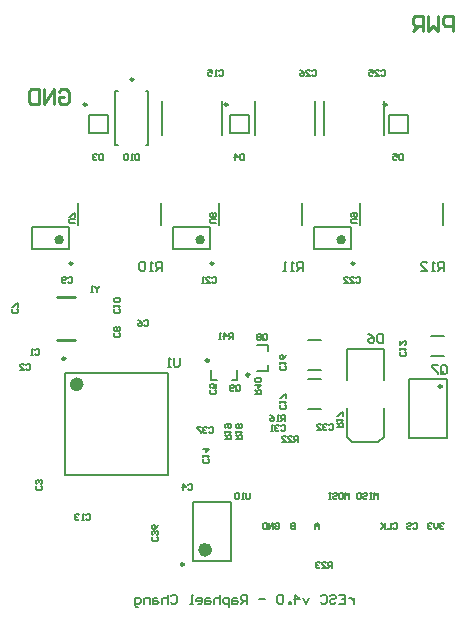
<source format=gbo>
G04 Layer_Color=32896*
%FSAX24Y24*%
%MOIN*%
G70*
G01*
G75*
%ADD40C,0.0100*%
%ADD73C,0.0098*%
%ADD74C,0.0079*%
%ADD75C,0.0080*%
%ADD77C,0.0050*%
%ADD134C,0.0157*%
%ADD135C,0.0236*%
D40*
X053716Y030846D02*
X054326D01*
X053716Y029396D02*
X054326D01*
X053787Y037667D02*
X053870Y037750D01*
X054037D01*
X054120Y037667D01*
Y037333D01*
X054037Y037250D01*
X053870D01*
X053787Y037333D01*
Y037500D01*
X053953D01*
X053620Y037250D02*
Y037750D01*
X053287Y037250D01*
Y037750D01*
X053120D02*
Y037250D01*
X052870D01*
X052787Y037333D01*
Y037667D01*
X052870Y037750D01*
X053120D01*
X066920Y039700D02*
Y040200D01*
X066670D01*
X066587Y040117D01*
Y039950D01*
X066670Y039867D01*
X066920D01*
X066420Y040200D02*
Y039700D01*
X066253Y039867D01*
X066087Y039700D01*
Y040200D01*
X065920Y039700D02*
Y040200D01*
X065670D01*
X065587Y040117D01*
Y039950D01*
X065670Y039867D01*
X065920D01*
X065754D02*
X065587Y039700D01*
D73*
X058788Y028715D02*
G03*
X058788Y028715I-000049J000000D01*
G01*
X060134Y028239D02*
G03*
X060134Y028239I-000049J000000D01*
G01*
X066549Y027850D02*
G03*
X066549Y027850I-000049J000000D01*
G01*
X056269Y038089D02*
G03*
X056269Y038089I-000049J000000D01*
G01*
X064712Y037244D02*
G03*
X064712Y037244I-000049J000000D01*
G01*
X059412D02*
G03*
X059412Y037244I-000049J000000D01*
G01*
X054712D02*
G03*
X054712Y037244I-000049J000000D01*
G01*
X058938Y031954D02*
G03*
X058938Y031954I-000049J000000D01*
G01*
X054238D02*
G03*
X054238Y031954I-000049J000000D01*
G01*
X063638D02*
G03*
X063638Y031954I-000049J000000D01*
G01*
X057954Y021923D02*
G03*
X057954Y021923I-000049J000000D01*
G01*
X054007Y028775D02*
G03*
X054007Y028775I-000049J000000D01*
G01*
D74*
X057216Y036229D02*
Y037371D01*
X059224Y036229D02*
Y037371D01*
X058867Y028052D02*
Y028406D01*
Y028052D02*
X059054D01*
X059733D02*
Y028406D01*
X059546Y028052D02*
X059733D01*
X060394Y028367D02*
X060748D01*
Y028554D01*
X060394Y029233D02*
X060748D01*
Y029046D02*
Y029233D01*
X066730Y026116D02*
Y028084D01*
X065470Y026116D02*
Y028084D01*
X066730D01*
X065470Y026116D02*
X066730D01*
X063390Y029096D02*
X064610D01*
X064433Y025986D02*
X064610Y026163D01*
X063390D02*
X063567Y025986D01*
X064433D01*
X064610Y028072D02*
Y029096D01*
X063390Y028072D02*
Y029096D01*
Y026163D02*
Y027128D01*
X064610Y026163D02*
Y027128D01*
X062083Y028092D02*
X062517D01*
X062083Y027108D02*
X062517D01*
X062083Y029392D02*
X062517D01*
X062083Y028408D02*
X062517D01*
X066183Y029535D02*
X066617D01*
X066183Y028865D02*
X066617D01*
X056683Y035914D02*
X056771D01*
X056683Y037686D02*
X056771D01*
X055669Y035914D02*
X055757D01*
X055669Y037686D02*
X055757D01*
X056771Y035914D02*
Y037686D01*
X055669Y035914D02*
Y037686D01*
X064805Y036907D02*
X065435D01*
X064805Y036293D02*
Y036907D01*
X065435Y036293D02*
Y036907D01*
X064805Y036293D02*
X065435D01*
X059505Y036907D02*
X060135D01*
X059505Y036293D02*
Y036907D01*
X060135Y036293D02*
Y036907D01*
X059505Y036293D02*
X060135D01*
X054805Y036907D02*
X055435D01*
X054805Y036293D02*
Y036907D01*
X055435Y036293D02*
Y036907D01*
X054805Y036293D02*
X055435D01*
X057590Y032426D02*
X058810D01*
X057590Y033174D02*
X058810D01*
Y032426D02*
Y033174D01*
X057590Y032426D02*
Y033174D01*
X052890Y032426D02*
X054110D01*
X052890Y033174D02*
X054110D01*
Y032426D02*
Y033174D01*
X052890Y032426D02*
Y033174D01*
X054422Y033246D02*
Y033954D01*
X057178Y033246D02*
Y033954D01*
X060316Y036229D02*
Y037371D01*
X062324Y036229D02*
Y037371D01*
X062616Y036229D02*
Y037371D01*
X064624Y036229D02*
Y037371D01*
X059122Y033246D02*
Y033954D01*
X061878Y033246D02*
Y033954D01*
X063822Y033246D02*
Y033954D01*
X066578Y033246D02*
Y033954D01*
X062290Y032426D02*
X063510D01*
X062290Y033174D02*
X063510D01*
Y032426D02*
Y033174D01*
X062290Y032426D02*
Y033174D01*
X058270Y023984D02*
X059530D01*
X058270Y022016D02*
X059530D01*
Y023984D01*
X058270Y022016D02*
Y023984D01*
X057413Y024887D02*
Y028313D01*
X053987Y024887D02*
Y028313D01*
Y024887D02*
X057413D01*
X053987Y028313D02*
X057413D01*
D75*
X063620Y020800D02*
Y020600D01*
Y020700D01*
X063570Y020750D01*
X063520Y020800D01*
X063470D01*
X063120Y020900D02*
X063320D01*
Y020600D01*
X063120D01*
X063320Y020750D02*
X063220D01*
X062820Y020850D02*
X062870Y020900D01*
X062970D01*
X063020Y020850D01*
Y020800D01*
X062970Y020750D01*
X062870D01*
X062820Y020700D01*
Y020650D01*
X062870Y020600D01*
X062970D01*
X063020Y020650D01*
X062520Y020850D02*
X062570Y020900D01*
X062670D01*
X062720Y020850D01*
Y020650D01*
X062670Y020600D01*
X062570D01*
X062520Y020650D01*
X062120Y020800D02*
X062020Y020600D01*
X061920Y020800D01*
X061671Y020600D02*
Y020900D01*
X061820Y020750D01*
X061621D01*
X061521Y020600D02*
Y020650D01*
X061471D01*
Y020600D01*
X061521D01*
X061271Y020850D02*
X061221Y020900D01*
X061121D01*
X061071Y020850D01*
Y020650D01*
X061121Y020600D01*
X061221D01*
X061271Y020650D01*
Y020850D01*
X060671Y020750D02*
X060471D01*
X060071Y020600D02*
Y020900D01*
X059921D01*
X059871Y020850D01*
Y020750D01*
X059921Y020700D01*
X060071D01*
X059971D02*
X059871Y020600D01*
X059721Y020800D02*
X059621D01*
X059571Y020750D01*
Y020600D01*
X059721D01*
X059771Y020650D01*
X059721Y020700D01*
X059571D01*
X059471Y020500D02*
Y020800D01*
X059321D01*
X059271Y020750D01*
Y020650D01*
X059321Y020600D01*
X059471D01*
X059171Y020900D02*
Y020600D01*
Y020750D01*
X059121Y020800D01*
X059021D01*
X058971Y020750D01*
Y020600D01*
X058821Y020800D02*
X058721D01*
X058672Y020750D01*
Y020600D01*
X058821D01*
X058871Y020650D01*
X058821Y020700D01*
X058672D01*
X058422Y020600D02*
X058522D01*
X058572Y020650D01*
Y020750D01*
X058522Y020800D01*
X058422D01*
X058372Y020750D01*
Y020700D01*
X058572D01*
X058272Y020600D02*
X058172D01*
X058222D01*
Y020900D01*
X058272D01*
X057522Y020850D02*
X057572Y020900D01*
X057672D01*
X057722Y020850D01*
Y020650D01*
X057672Y020600D01*
X057572D01*
X057522Y020650D01*
X057422Y020900D02*
Y020600D01*
Y020750D01*
X057372Y020800D01*
X057272D01*
X057222Y020750D01*
Y020600D01*
X057072Y020800D02*
X056972D01*
X056922Y020750D01*
Y020600D01*
X057072D01*
X057122Y020650D01*
X057072Y020700D01*
X056922D01*
X056822Y020600D02*
Y020800D01*
X056672D01*
X056622Y020750D01*
Y020600D01*
X056422Y020500D02*
X056372D01*
X056322Y020550D01*
Y020800D01*
X056472D01*
X056522Y020750D01*
Y020650D01*
X056472Y020600D01*
X056322D01*
D77*
X057820Y028800D02*
Y028550D01*
X057770Y028500D01*
X057670D01*
X057620Y028550D01*
Y028800D01*
X057520Y028500D02*
X057420D01*
X057470D01*
Y028800D01*
X057520Y028750D01*
X062900Y021800D02*
Y022000D01*
X062800D01*
X062767Y021967D01*
Y021900D01*
X062800Y021867D01*
X062900D01*
X062833D02*
X062767Y021800D01*
X062567D02*
X062700D01*
X062567Y021933D01*
Y021967D01*
X062600Y022000D01*
X062667D01*
X062700Y021967D01*
X062500D02*
X062467Y022000D01*
X062400D01*
X062367Y021967D01*
Y021933D01*
X062400Y021900D01*
X062433D01*
X062400D01*
X062367Y021867D01*
Y021833D01*
X062400Y021800D01*
X062467D01*
X062500Y021833D01*
X055120Y031200D02*
Y031167D01*
X055053Y031100D01*
X054987Y031167D01*
Y031200D01*
X055053Y031100D02*
Y031000D01*
X054920D02*
X054853D01*
X054887D01*
Y031200D01*
X054920Y031167D01*
X060170Y024300D02*
Y024133D01*
X060137Y024100D01*
X060070D01*
X060037Y024133D01*
Y024300D01*
X059970Y024100D02*
X059903D01*
X059937D01*
Y024300D01*
X059970Y024267D01*
X059803D02*
X059770Y024300D01*
X059703D01*
X059670Y024267D01*
Y024133D01*
X059703Y024100D01*
X059770D01*
X059803Y024133D01*
Y024267D01*
X063720Y033300D02*
X063553D01*
X063520Y033333D01*
Y033400D01*
X063553Y033433D01*
X063720D01*
X063553Y033500D02*
X063520Y033533D01*
Y033600D01*
X063553Y033633D01*
X063687D01*
X063720Y033600D01*
Y033533D01*
X063687Y033500D01*
X063653D01*
X063620Y033533D01*
Y033633D01*
X059340Y026100D02*
X059540D01*
Y026200D01*
X059506Y026233D01*
X059440D01*
X059406Y026200D01*
Y026100D01*
Y026167D02*
X059340Y026233D01*
Y026300D02*
Y026367D01*
Y026333D01*
X059540D01*
X059506Y026300D01*
X059373Y026467D02*
X059340Y026500D01*
Y026567D01*
X059373Y026600D01*
X059506D01*
X059540Y026567D01*
Y026500D01*
X059506Y026467D01*
X059473D01*
X059440Y026500D01*
Y026600D01*
X059690Y026100D02*
X059890D01*
Y026200D01*
X059856Y026233D01*
X059790D01*
X059756Y026200D01*
Y026100D01*
Y026167D02*
X059690Y026233D01*
Y026300D02*
Y026367D01*
Y026333D01*
X059890D01*
X059856Y026300D01*
Y026467D02*
X059890Y026500D01*
Y026567D01*
X059856Y026600D01*
X059823D01*
X059790Y026567D01*
X059756Y026600D01*
X059723D01*
X059690Y026567D01*
Y026500D01*
X059723Y026467D01*
X059756D01*
X059790Y026500D01*
X059823Y026467D01*
X059856D01*
X059790Y026500D02*
Y026567D01*
X063687Y031467D02*
X063720Y031500D01*
X063787D01*
X063820Y031467D01*
Y031333D01*
X063787Y031300D01*
X063720D01*
X063687Y031333D01*
X063487Y031300D02*
X063620D01*
X063487Y031433D01*
Y031467D01*
X063520Y031500D01*
X063587D01*
X063620Y031467D01*
X063287Y031300D02*
X063420D01*
X063287Y031433D01*
Y031467D01*
X063320Y031500D01*
X063387D01*
X063420Y031467D01*
X058887D02*
X058920Y031500D01*
X058987D01*
X059020Y031467D01*
Y031333D01*
X058987Y031300D01*
X058920D01*
X058887Y031333D01*
X058687Y031300D02*
X058820D01*
X058687Y031433D01*
Y031467D01*
X058720Y031500D01*
X058787D01*
X058820Y031467D01*
X058620Y031300D02*
X058553D01*
X058587D01*
Y031500D01*
X058620Y031467D01*
X058767Y025433D02*
X058801Y025400D01*
Y025333D01*
X058767Y025300D01*
X058634D01*
X058601Y025333D01*
Y025400D01*
X058634Y025433D01*
X058601Y025500D02*
Y025567D01*
Y025533D01*
X058801D01*
X058767Y025500D01*
X058601Y025767D02*
X058801D01*
X058701Y025667D01*
Y025800D01*
X054687Y023567D02*
X054720Y023600D01*
X054787D01*
X054820Y023567D01*
Y023433D01*
X054787Y023400D01*
X054720D01*
X054687Y023433D01*
X054620Y023400D02*
X054553D01*
X054587D01*
Y023600D01*
X054620Y023567D01*
X054453D02*
X054420Y023600D01*
X054353D01*
X054320Y023567D01*
Y023533D01*
X054353Y023500D01*
X054387D01*
X054353D01*
X054320Y023467D01*
Y023433D01*
X054353Y023400D01*
X054420D01*
X054453Y023433D01*
X066620Y031700D02*
Y032000D01*
X066470D01*
X066420Y031950D01*
Y031850D01*
X066470Y031800D01*
X066620D01*
X066520D02*
X066420Y031700D01*
X066320D02*
X066220D01*
X066270D01*
Y032000D01*
X066320Y031950D01*
X065870Y031700D02*
X066070D01*
X065870Y031900D01*
Y031950D01*
X065920Y032000D01*
X066020D01*
X066070Y031950D01*
X061920Y031700D02*
Y032000D01*
X061770D01*
X061720Y031950D01*
Y031850D01*
X061770Y031800D01*
X061920D01*
X061820D02*
X061720Y031700D01*
X061620D02*
X061520D01*
X061570D01*
Y032000D01*
X061620Y031950D01*
X061370Y031700D02*
X061270D01*
X061320D01*
Y032000D01*
X061370Y031950D01*
X055787Y030433D02*
X055820Y030400D01*
Y030333D01*
X055787Y030300D01*
X055653D01*
X055620Y030333D01*
Y030400D01*
X055653Y030433D01*
X055620Y030500D02*
Y030567D01*
Y030533D01*
X055820D01*
X055787Y030500D01*
Y030667D02*
X055820Y030700D01*
Y030767D01*
X055787Y030800D01*
X055653D01*
X055620Y030767D01*
Y030700D01*
X055653Y030667D01*
X055787D01*
X054087Y031467D02*
X054120Y031500D01*
X054187D01*
X054220Y031467D01*
Y031333D01*
X054187Y031300D01*
X054120D01*
X054087Y031333D01*
X054020D02*
X053987Y031300D01*
X053920D01*
X053887Y031333D01*
Y031467D01*
X053920Y031500D01*
X053987D01*
X054020Y031467D01*
Y031433D01*
X053987Y031400D01*
X053887D01*
X052387Y030433D02*
X052420Y030400D01*
Y030333D01*
X052387Y030300D01*
X052253D01*
X052220Y030333D01*
Y030400D01*
X052253Y030433D01*
X052420Y030500D02*
Y030633D01*
X052387D01*
X052253Y030500D01*
X052220D01*
X055787Y029633D02*
X055820Y029600D01*
Y029533D01*
X055787Y029500D01*
X055653D01*
X055620Y029533D01*
Y029600D01*
X055653Y029633D01*
X055787Y029700D02*
X055820Y029733D01*
Y029800D01*
X055787Y029833D01*
X055753D01*
X055720Y029800D01*
X055687Y029833D01*
X055653D01*
X055620Y029800D01*
Y029733D01*
X055653Y029700D01*
X055687D01*
X055720Y029733D01*
X055753Y029700D01*
X055787D01*
X055720Y029733D02*
Y029800D01*
X053007Y029067D02*
X053040Y029100D01*
X053107D01*
X053140Y029067D01*
Y028933D01*
X053107Y028900D01*
X053040D01*
X053007Y028933D01*
X052940Y028900D02*
X052874D01*
X052907D01*
Y029100D01*
X052940Y029067D01*
X052687Y028567D02*
X052720Y028600D01*
X052787D01*
X052820Y028567D01*
Y028433D01*
X052787Y028400D01*
X052720D01*
X052687Y028433D01*
X052487Y028400D02*
X052620D01*
X052487Y028533D01*
Y028567D01*
X052520Y028600D01*
X052587D01*
X052620Y028567D01*
X053187Y024533D02*
X053220Y024500D01*
Y024433D01*
X053187Y024400D01*
X053053D01*
X053020Y024433D01*
Y024500D01*
X053053Y024533D01*
X053187Y024600D02*
X053220Y024633D01*
Y024700D01*
X053187Y024733D01*
X053153D01*
X053120Y024700D01*
Y024667D01*
Y024700D01*
X053087Y024733D01*
X053053D01*
X053020Y024700D01*
Y024633D01*
X053053Y024600D01*
X058087Y024567D02*
X058120Y024600D01*
X058187D01*
X058220Y024567D01*
Y024433D01*
X058187Y024400D01*
X058120D01*
X058087Y024433D01*
X057920Y024400D02*
Y024600D01*
X058020Y024500D01*
X057887D01*
X058987Y027733D02*
X059020Y027700D01*
Y027633D01*
X058987Y027600D01*
X058853D01*
X058820Y027633D01*
Y027700D01*
X058853Y027733D01*
X059020Y027933D02*
Y027800D01*
X058920D01*
X058953Y027867D01*
Y027900D01*
X058920Y027933D01*
X058853D01*
X058820Y027900D01*
Y027833D01*
X058853Y027800D01*
X056617Y030017D02*
X056650Y030050D01*
X056717D01*
X056750Y030017D01*
Y029883D01*
X056717Y029850D01*
X056650D01*
X056617Y029883D01*
X056417Y030050D02*
X056483Y030017D01*
X056550Y029950D01*
Y029883D01*
X056517Y029850D01*
X056450D01*
X056417Y029883D01*
Y029917D01*
X056450Y029950D01*
X056550D01*
X064537Y038367D02*
X064570Y038400D01*
X064637D01*
X064670Y038367D01*
Y038233D01*
X064637Y038200D01*
X064570D01*
X064537Y038233D01*
X064337Y038200D02*
X064470D01*
X064337Y038333D01*
Y038367D01*
X064370Y038400D01*
X064437D01*
X064470Y038367D01*
X064137Y038400D02*
X064270D01*
Y038300D01*
X064203Y038333D01*
X064170D01*
X064137Y038300D01*
Y038233D01*
X064170Y038200D01*
X064237D01*
X064270Y038233D01*
X062237Y038367D02*
X062270Y038400D01*
X062337D01*
X062370Y038367D01*
Y038233D01*
X062337Y038200D01*
X062270D01*
X062237Y038233D01*
X062037Y038200D02*
X062170D01*
X062037Y038333D01*
Y038367D01*
X062070Y038400D01*
X062137D01*
X062170Y038367D01*
X061837Y038400D02*
X061903Y038367D01*
X061970Y038300D01*
Y038233D01*
X061937Y038200D01*
X061870D01*
X061837Y038233D01*
Y038267D01*
X061870Y038300D01*
X061970D01*
X057220Y031700D02*
Y032000D01*
X057070D01*
X057020Y031950D01*
Y031850D01*
X057070Y031800D01*
X057220D01*
X057120D02*
X057020Y031700D01*
X056920D02*
X056820D01*
X056870D01*
Y032000D01*
X056920Y031950D01*
X056670D02*
X056620Y032000D01*
X056520D01*
X056470Y031950D01*
Y031750D01*
X056520Y031700D01*
X056620D01*
X056670Y031750D01*
Y031950D01*
X054320Y033300D02*
X054153D01*
X054120Y033333D01*
Y033400D01*
X054153Y033433D01*
X054320D01*
Y033500D02*
Y033633D01*
X054287D01*
X054153Y033500D01*
X054120D01*
X059020Y033300D02*
X058853D01*
X058820Y033333D01*
Y033400D01*
X058853Y033433D01*
X059020D01*
X058987Y033500D02*
X059020Y033533D01*
Y033600D01*
X058987Y033633D01*
X058953D01*
X058920Y033600D01*
X058887Y033633D01*
X058853D01*
X058820Y033600D01*
Y033533D01*
X058853Y033500D01*
X058887D01*
X058920Y033533D01*
X058953Y033500D01*
X058987D01*
X058920Y033533D02*
Y033600D01*
X057067Y022833D02*
X057100Y022800D01*
Y022733D01*
X057067Y022700D01*
X056933D01*
X056900Y022733D01*
Y022800D01*
X056933Y022833D01*
X057067Y022900D02*
X057100Y022933D01*
Y023000D01*
X057067Y023033D01*
X057033D01*
X057000Y023000D01*
Y022967D01*
Y023000D01*
X056967Y023033D01*
X056933D01*
X056900Y023000D01*
Y022933D01*
X056933Y022900D01*
X057100Y023233D02*
X057067Y023167D01*
X057000Y023100D01*
X056933D01*
X056900Y023133D01*
Y023200D01*
X056933Y023233D01*
X056967D01*
X057000Y023200D01*
Y023100D01*
X055270Y035600D02*
Y035400D01*
X055170D01*
X055137Y035433D01*
Y035567D01*
X055170Y035600D01*
X055270D01*
X055070Y035567D02*
X055037Y035600D01*
X054970D01*
X054937Y035567D01*
Y035533D01*
X054970Y035500D01*
X055003D01*
X054970D01*
X054937Y035467D01*
Y035433D01*
X054970Y035400D01*
X055037D01*
X055070Y035433D01*
X059970Y035600D02*
Y035400D01*
X059870D01*
X059837Y035433D01*
Y035567D01*
X059870Y035600D01*
X059970D01*
X059670Y035400D02*
Y035600D01*
X059770Y035500D01*
X059637D01*
X065270Y035600D02*
Y035400D01*
X065170D01*
X065137Y035433D01*
Y035567D01*
X065170Y035600D01*
X065270D01*
X064937D02*
X065070D01*
Y035500D01*
X065003Y035533D01*
X064970D01*
X064937Y035500D01*
Y035433D01*
X064970Y035400D01*
X065037D01*
X065070Y035433D01*
X056470Y035600D02*
Y035400D01*
X056370D01*
X056337Y035433D01*
Y035567D01*
X056370Y035600D01*
X056470D01*
X056270Y035400D02*
X056203D01*
X056237D01*
Y035600D01*
X056270Y035567D01*
X056103D02*
X056070Y035600D01*
X056003D01*
X055970Y035567D01*
Y035433D01*
X056003Y035400D01*
X056070D01*
X056103Y035433D01*
Y035567D01*
X058787Y026467D02*
X058820Y026500D01*
X058887D01*
X058920Y026467D01*
Y026333D01*
X058887Y026300D01*
X058820D01*
X058787Y026333D01*
X058720Y026467D02*
X058687Y026500D01*
X058620D01*
X058587Y026467D01*
Y026433D01*
X058620Y026400D01*
X058653D01*
X058620D01*
X058587Y026367D01*
Y026333D01*
X058620Y026300D01*
X058687D01*
X058720Y026333D01*
X058520Y026500D02*
X058387D01*
Y026467D01*
X058520Y026333D01*
Y026300D01*
X060587Y029433D02*
Y029567D01*
X060620Y029600D01*
X060687D01*
X060720Y029567D01*
Y029433D01*
X060687Y029400D01*
X060620D01*
X060653Y029467D02*
X060587Y029400D01*
X060620D02*
X060587Y029433D01*
X060520Y029567D02*
X060487Y029600D01*
X060420D01*
X060387Y029567D01*
Y029533D01*
X060420Y029500D01*
X060387Y029467D01*
Y029433D01*
X060420Y029400D01*
X060487D01*
X060520Y029433D01*
Y029467D01*
X060487Y029500D01*
X060520Y029533D01*
Y029567D01*
X060487Y029500D02*
X060420D01*
X059687Y027733D02*
Y027867D01*
X059720Y027900D01*
X059787D01*
X059820Y027867D01*
Y027733D01*
X059787Y027700D01*
X059720D01*
X059753Y027767D02*
X059687Y027700D01*
X059720D02*
X059687Y027733D01*
X059620D02*
X059587Y027700D01*
X059520D01*
X059487Y027733D01*
Y027867D01*
X059520Y027900D01*
X059587D01*
X059620Y027867D01*
Y027833D01*
X059587Y027800D01*
X059487D01*
X060320Y027600D02*
X060520D01*
Y027700D01*
X060487Y027733D01*
X060420D01*
X060387Y027700D01*
Y027600D01*
Y027667D02*
X060320Y027733D01*
Y027900D02*
X060520D01*
X060420Y027800D01*
Y027933D01*
X060487Y028000D02*
X060520Y028033D01*
Y028100D01*
X060487Y028133D01*
X060353D01*
X060320Y028100D01*
Y028033D01*
X060353Y028000D01*
X060487D01*
X059577Y029434D02*
Y029634D01*
X059477D01*
X059444Y029600D01*
Y029534D01*
X059477Y029501D01*
X059577D01*
X059511D02*
X059444Y029434D01*
X059277D02*
Y029634D01*
X059377Y029534D01*
X059244D01*
X059177Y029434D02*
X059111D01*
X059144D01*
Y029634D01*
X059177Y029600D01*
X061770Y026000D02*
Y026200D01*
X061670D01*
X061637Y026167D01*
Y026100D01*
X061670Y026067D01*
X061770D01*
X061703D02*
X061637Y026000D01*
X061437D02*
X061570D01*
X061437Y026133D01*
Y026167D01*
X061470Y026200D01*
X061537D01*
X061570Y026167D01*
X061237Y026000D02*
X061370D01*
X061237Y026133D01*
Y026167D01*
X061270Y026200D01*
X061337D01*
X061370Y026167D01*
X062787Y026567D02*
X062820Y026600D01*
X062887D01*
X062920Y026567D01*
Y026433D01*
X062887Y026400D01*
X062820D01*
X062787Y026433D01*
X062720Y026567D02*
X062687Y026600D01*
X062620D01*
X062587Y026567D01*
Y026533D01*
X062620Y026500D01*
X062653D01*
X062620D01*
X062587Y026467D01*
Y026433D01*
X062620Y026400D01*
X062687D01*
X062720Y026433D01*
X062387Y026400D02*
X062520D01*
X062387Y026533D01*
Y026567D01*
X062420Y026600D01*
X062487D01*
X062520Y026567D01*
X061187Y026517D02*
X061220Y026550D01*
X061287D01*
X061320Y026517D01*
Y026383D01*
X061287Y026350D01*
X061220D01*
X061187Y026383D01*
X061120Y026517D02*
X061087Y026550D01*
X061020D01*
X060987Y026517D01*
Y026483D01*
X061020Y026450D01*
X061053D01*
X061020D01*
X060987Y026417D01*
Y026383D01*
X061020Y026350D01*
X061087D01*
X061120Y026383D01*
X060920Y026350D02*
X060853D01*
X060887D01*
Y026550D01*
X060920Y026517D01*
X065337Y028983D02*
X065370Y028950D01*
Y028883D01*
X065337Y028850D01*
X065203D01*
X065170Y028883D01*
Y028950D01*
X065203Y028983D01*
X065170Y029050D02*
Y029117D01*
Y029083D01*
X065370D01*
X065337Y029050D01*
X065170Y029350D02*
Y029217D01*
X065303Y029350D01*
X065337D01*
X065370Y029317D01*
Y029250D01*
X065337Y029217D01*
X061337Y028533D02*
X061370Y028500D01*
Y028433D01*
X061337Y028400D01*
X061203D01*
X061170Y028433D01*
Y028500D01*
X061203Y028533D01*
X061170Y028600D02*
Y028667D01*
Y028633D01*
X061370D01*
X061337Y028600D01*
X061370Y028900D02*
X061337Y028833D01*
X061270Y028767D01*
X061203D01*
X061170Y028800D01*
Y028867D01*
X061203Y028900D01*
X061237D01*
X061270Y028867D01*
Y028767D01*
X061337Y027233D02*
X061370Y027200D01*
Y027133D01*
X061337Y027100D01*
X061203D01*
X061170Y027133D01*
Y027200D01*
X061203Y027233D01*
X061170Y027300D02*
Y027367D01*
Y027333D01*
X061370D01*
X061337Y027300D01*
X061370Y027467D02*
Y027600D01*
X061337D01*
X061203Y027467D01*
X061170D01*
X064600Y029600D02*
Y029300D01*
X064450D01*
X064400Y029350D01*
Y029550D01*
X064450Y029600D01*
X064600D01*
X064100D02*
X064200Y029550D01*
X064300Y029450D01*
Y029350D01*
X064250Y029300D01*
X064150D01*
X064100Y029350D01*
Y029400D01*
X064150Y029450D01*
X064300D01*
X061320Y026700D02*
Y026900D01*
X061220D01*
X061187Y026867D01*
Y026800D01*
X061220Y026767D01*
X061320D01*
X061253D02*
X061187Y026700D01*
X061120D02*
X061053D01*
X061087D01*
Y026900D01*
X061120Y026867D01*
X060820Y026900D02*
X060887Y026867D01*
X060953Y026800D01*
Y026733D01*
X060920Y026700D01*
X060853D01*
X060820Y026733D01*
Y026767D01*
X060853Y026800D01*
X060953D01*
X063070Y026500D02*
X063270D01*
Y026600D01*
X063237Y026633D01*
X063170D01*
X063137Y026600D01*
Y026500D01*
Y026567D02*
X063070Y026633D01*
Y026700D02*
Y026767D01*
Y026733D01*
X063270D01*
X063237Y026700D01*
X063270Y026867D02*
Y027000D01*
X063237D01*
X063103Y026867D01*
X063070D01*
X066520Y028300D02*
Y028500D01*
X066570Y028550D01*
X066670D01*
X066720Y028500D01*
Y028300D01*
X066670Y028250D01*
X066570D01*
X066620Y028350D02*
X066520Y028250D01*
X066570D02*
X066520Y028300D01*
X066420Y028550D02*
X066220D01*
Y028500D01*
X066420Y028300D01*
Y028250D01*
X059137Y038367D02*
X059170Y038400D01*
X059237D01*
X059270Y038367D01*
Y038233D01*
X059237Y038200D01*
X059170D01*
X059137Y038233D01*
X059070Y038200D02*
X059003D01*
X059037D01*
Y038400D01*
X059070Y038367D01*
X058770Y038400D02*
X058903D01*
Y038300D01*
X058837Y038333D01*
X058803D01*
X058770Y038300D01*
Y038233D01*
X058803Y038200D01*
X058870D01*
X058903Y038233D01*
X060987Y023267D02*
X061020Y023300D01*
X061087D01*
X061120Y023267D01*
Y023133D01*
X061087Y023100D01*
X061020D01*
X060987Y023133D01*
Y023200D01*
X061053D01*
X060920Y023100D02*
Y023300D01*
X060787Y023100D01*
Y023300D01*
X060720D02*
Y023100D01*
X060620D01*
X060587Y023133D01*
Y023267D01*
X060620Y023300D01*
X060720D01*
X061670D02*
Y023100D01*
X061570D01*
X061537Y023133D01*
Y023167D01*
X061570Y023200D01*
X061670D01*
X061570D01*
X061537Y023233D01*
Y023267D01*
X061570Y023300D01*
X061670D01*
X062470Y023100D02*
Y023233D01*
X062403Y023300D01*
X062337Y023233D01*
Y023100D01*
Y023200D01*
X062470D01*
X063470Y024100D02*
Y024300D01*
X063403Y024233D01*
X063337Y024300D01*
Y024100D01*
X063170Y024300D02*
X063237D01*
X063270Y024267D01*
Y024133D01*
X063237Y024100D01*
X063170D01*
X063137Y024133D01*
Y024267D01*
X063170Y024300D01*
X062937Y024267D02*
X062970Y024300D01*
X063037D01*
X063070Y024267D01*
Y024233D01*
X063037Y024200D01*
X062970D01*
X062937Y024167D01*
Y024133D01*
X062970Y024100D01*
X063037D01*
X063070Y024133D01*
X062870Y024300D02*
X062803D01*
X062837D01*
Y024100D01*
X062870D01*
X062803D01*
X064420D02*
Y024300D01*
X064353Y024233D01*
X064287Y024300D01*
Y024100D01*
X064220Y024300D02*
X064153D01*
X064187D01*
Y024100D01*
X064220D01*
X064153D01*
X063920Y024267D02*
X063953Y024300D01*
X064020D01*
X064053Y024267D01*
Y024233D01*
X064020Y024200D01*
X063953D01*
X063920Y024167D01*
Y024133D01*
X063953Y024100D01*
X064020D01*
X064053Y024133D01*
X063753Y024300D02*
X063820D01*
X063853Y024267D01*
Y024133D01*
X063820Y024100D01*
X063753D01*
X063720Y024133D01*
Y024267D01*
X063753Y024300D01*
X064937Y023267D02*
X064970Y023300D01*
X065037D01*
X065070Y023267D01*
Y023133D01*
X065037Y023100D01*
X064970D01*
X064937Y023133D01*
X064870Y023300D02*
Y023100D01*
X064737D01*
X064670Y023300D02*
Y023100D01*
Y023167D01*
X064537Y023300D01*
X064637Y023200D01*
X064537Y023100D01*
X065587Y023267D02*
X065620Y023300D01*
X065687D01*
X065720Y023267D01*
Y023133D01*
X065687Y023100D01*
X065620D01*
X065587Y023133D01*
X065387Y023267D02*
X065420Y023300D01*
X065487D01*
X065520Y023267D01*
Y023233D01*
X065487Y023200D01*
X065420D01*
X065387Y023167D01*
Y023133D01*
X065420Y023100D01*
X065487D01*
X065520Y023133D01*
X066620Y023267D02*
X066587Y023300D01*
X066520D01*
X066487Y023267D01*
Y023233D01*
X066520Y023200D01*
X066553D01*
X066520D01*
X066487Y023167D01*
Y023133D01*
X066520Y023100D01*
X066587D01*
X066620Y023133D01*
X066420Y023300D02*
Y023167D01*
X066353Y023100D01*
X066287Y023167D01*
Y023300D01*
X066220Y023267D02*
X066187Y023300D01*
X066120D01*
X066087Y023267D01*
Y023233D01*
X066120Y023200D01*
X066153D01*
X066120D01*
X066087Y023167D01*
Y023133D01*
X066120Y023100D01*
X066187D01*
X066220Y023133D01*
D134*
X058574Y032741D02*
G03*
X058574Y032741I-000079J000000D01*
G01*
X053874D02*
G03*
X053874Y032741I-000079J000000D01*
G01*
X063274D02*
G03*
X063274Y032741I-000079J000000D01*
G01*
D135*
X058782Y022409D02*
G03*
X058782Y022409I-000118J000000D01*
G01*
X054499Y027919D02*
G03*
X054499Y027919I-000118J000000D01*
G01*
M02*

</source>
